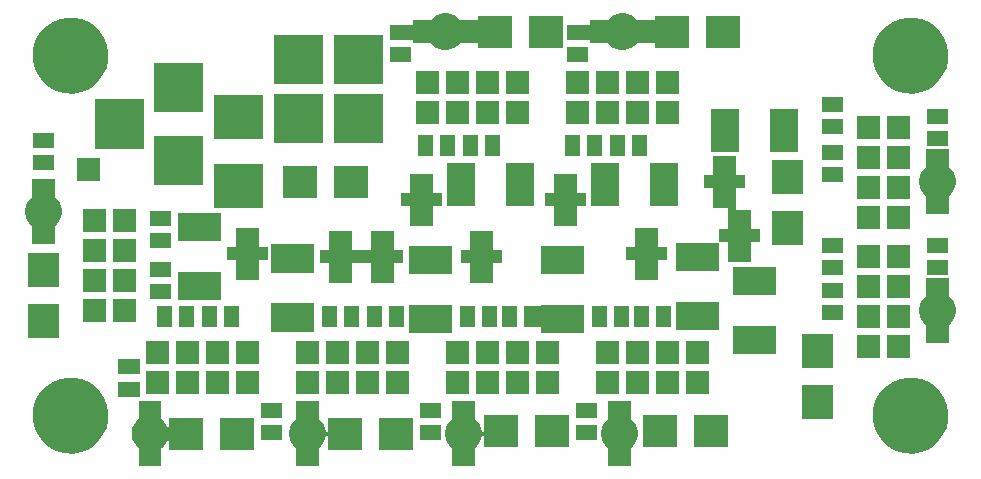
<source format=gbr>
G04 #@! TF.GenerationSoftware,KiCad,Pcbnew,(2017-02-05 revision 431abcf)-makepkg*
G04 #@! TF.CreationDate,2017-03-01T08:03:57+01:00*
G04 #@! TF.ProjectId,UNIPOWER04A,554E49504F5745523034412E6B696361,rev?*
G04 #@! TF.FileFunction,Soldermask,Bot*
G04 #@! TF.FilePolarity,Negative*
%FSLAX46Y46*%
G04 Gerber Fmt 4.6, Leading zero omitted, Abs format (unit mm)*
G04 Created by KiCad (PCBNEW (2017-02-05 revision 431abcf)-makepkg) date 03/01/17 08:03:57*
%MOMM*%
%LPD*%
G01*
G04 APERTURE LIST*
%ADD10C,0.300000*%
G04 APERTURE END LIST*
D10*
G36*
X12761000Y4838112D02*
X12762921Y4818603D01*
X12768612Y4799844D01*
X12777853Y4782555D01*
X12790289Y4767401D01*
X12802740Y4757137D01*
X13017980Y4540389D01*
X13186193Y4287206D01*
X13227025Y4188141D01*
X13236236Y4170836D01*
X13248646Y4155661D01*
X13263778Y4143198D01*
X13281050Y4133927D01*
X13299800Y4128204D01*
X13319305Y4126248D01*
X13338818Y4128136D01*
X13357587Y4133793D01*
X13374892Y4143004D01*
X13390067Y4155414D01*
X13402530Y4170546D01*
X13411801Y4187818D01*
X13417524Y4206568D01*
X13419480Y4226248D01*
X13419480Y4906620D01*
X16318840Y4906620D01*
X16318840Y2205380D01*
X13419480Y2205380D01*
X13419480Y2887248D01*
X13417559Y2906757D01*
X13411868Y2925516D01*
X13402627Y2942805D01*
X13390191Y2957959D01*
X13375037Y2970395D01*
X13357748Y2979636D01*
X13338989Y2985327D01*
X13319480Y2987248D01*
X13299971Y2985327D01*
X13281212Y2979636D01*
X13263923Y2970395D01*
X13248769Y2957959D01*
X13236333Y2942805D01*
X13228125Y2927921D01*
X13165241Y2786680D01*
X12990025Y2538296D01*
X12792038Y2349756D01*
X12779235Y2334911D01*
X12769575Y2317853D01*
X12763427Y2299239D01*
X12761000Y2277339D01*
X12761000Y831000D01*
X10861000Y831000D01*
X10861000Y2276304D01*
X10859079Y2295813D01*
X10853388Y2314572D01*
X10844147Y2331861D01*
X10831711Y2347015D01*
X10818071Y2358419D01*
X10801552Y2369900D01*
X10590395Y2588559D01*
X10425731Y2844068D01*
X10313829Y3126697D01*
X10258958Y3425671D01*
X10263202Y3729611D01*
X10326402Y4026946D01*
X10446147Y4306332D01*
X10617884Y4557146D01*
X10830966Y4765812D01*
X10843561Y4780834D01*
X10852982Y4798025D01*
X10858869Y4816724D01*
X10861000Y4837259D01*
X10861000Y6281000D01*
X12761000Y6281000D01*
X12761000Y4838112D01*
X12761000Y4838112D01*
G37*
G36*
X52512000Y4838112D02*
X52513921Y4818603D01*
X52519612Y4799844D01*
X52528853Y4782555D01*
X52541289Y4767401D01*
X52553740Y4757137D01*
X52768980Y4540389D01*
X52937193Y4287206D01*
X53053030Y4006165D01*
X53111934Y3708678D01*
X53111934Y3708658D01*
X53112067Y3707985D01*
X53107219Y3360793D01*
X53107067Y3360125D01*
X53107067Y3360107D01*
X53039878Y3064375D01*
X52916241Y2786680D01*
X52741025Y2538296D01*
X52543038Y2349756D01*
X52530235Y2334911D01*
X52520575Y2317853D01*
X52514427Y2299239D01*
X52512000Y2277339D01*
X52512000Y831000D01*
X50612000Y831000D01*
X50612000Y2276304D01*
X50610079Y2295813D01*
X50604388Y2314572D01*
X50595147Y2331861D01*
X50582711Y2347015D01*
X50569071Y2358419D01*
X50552552Y2369900D01*
X50341395Y2588559D01*
X50176731Y2844068D01*
X50064829Y3126697D01*
X50009958Y3425671D01*
X50014202Y3729611D01*
X50077402Y4026946D01*
X50197147Y4306332D01*
X50368884Y4557146D01*
X50581966Y4765812D01*
X50594561Y4780834D01*
X50603982Y4798025D01*
X50609869Y4816724D01*
X50612000Y4837259D01*
X50612000Y6281000D01*
X52512000Y6281000D01*
X52512000Y4838112D01*
X52512000Y4838112D01*
G37*
G36*
X26096000Y4838112D02*
X26097921Y4818603D01*
X26103612Y4799844D01*
X26112853Y4782555D01*
X26125289Y4767401D01*
X26137740Y4757137D01*
X26352980Y4540389D01*
X26521193Y4287206D01*
X26637030Y4006165D01*
X26683385Y3772057D01*
X26689059Y3753293D01*
X26698285Y3735996D01*
X26710708Y3720832D01*
X26725851Y3708382D01*
X26743131Y3699126D01*
X26761886Y3693420D01*
X26781393Y3691481D01*
X26800904Y3693386D01*
X26819668Y3699060D01*
X26836965Y3708286D01*
X26852129Y3720709D01*
X26864579Y3735852D01*
X26873835Y3753132D01*
X26879541Y3771887D01*
X26881480Y3791481D01*
X26881480Y4906620D01*
X29780840Y4906620D01*
X29780840Y2205380D01*
X26881480Y2205380D01*
X26881480Y3306694D01*
X26879559Y3326203D01*
X26873868Y3344962D01*
X26864627Y3362251D01*
X26852191Y3377405D01*
X26837037Y3389841D01*
X26819748Y3399082D01*
X26800989Y3404773D01*
X26781480Y3406694D01*
X26761971Y3404773D01*
X26743212Y3399082D01*
X26725923Y3389841D01*
X26710769Y3377405D01*
X26698333Y3362251D01*
X26689092Y3344962D01*
X26683965Y3328849D01*
X26623878Y3064375D01*
X26500241Y2786680D01*
X26325025Y2538296D01*
X26127038Y2349756D01*
X26114235Y2334911D01*
X26104575Y2317853D01*
X26098427Y2299239D01*
X26096000Y2277339D01*
X26096000Y831000D01*
X24196000Y831000D01*
X24196000Y2276304D01*
X24194079Y2295813D01*
X24188388Y2314572D01*
X24179147Y2331861D01*
X24166711Y2347015D01*
X24153071Y2358419D01*
X24136552Y2369900D01*
X23925395Y2588559D01*
X23760731Y2844068D01*
X23648829Y3126697D01*
X23593958Y3425671D01*
X23598202Y3729611D01*
X23661402Y4026946D01*
X23781147Y4306332D01*
X23952884Y4557146D01*
X24165966Y4765812D01*
X24178561Y4780834D01*
X24187982Y4798025D01*
X24193869Y4816724D01*
X24196000Y4837259D01*
X24196000Y6281000D01*
X26096000Y6281000D01*
X26096000Y4838112D01*
X26096000Y4838112D01*
G37*
G36*
X39304000Y4838112D02*
X39305921Y4818603D01*
X39311612Y4799844D01*
X39320853Y4782555D01*
X39333289Y4767401D01*
X39345740Y4757137D01*
X39560980Y4540389D01*
X39729193Y4287206D01*
X39845030Y4006165D01*
X39891385Y3772057D01*
X39897059Y3753293D01*
X39906285Y3735996D01*
X39918708Y3720832D01*
X39933851Y3708382D01*
X39951131Y3699126D01*
X39969886Y3693420D01*
X39989393Y3691481D01*
X40008904Y3693386D01*
X40027668Y3699060D01*
X40044965Y3708286D01*
X40060129Y3720709D01*
X40072579Y3735852D01*
X40081835Y3753132D01*
X40087541Y3771887D01*
X40089480Y3791481D01*
X40089480Y5160620D01*
X42988840Y5160620D01*
X42988840Y2459380D01*
X40089480Y2459380D01*
X40089480Y3306694D01*
X40087559Y3326203D01*
X40081868Y3344962D01*
X40072627Y3362251D01*
X40060191Y3377405D01*
X40045037Y3389841D01*
X40027748Y3399082D01*
X40008989Y3404773D01*
X39989480Y3406694D01*
X39969971Y3404773D01*
X39951212Y3399082D01*
X39933923Y3389841D01*
X39918769Y3377405D01*
X39906333Y3362251D01*
X39897092Y3344962D01*
X39891965Y3328849D01*
X39831878Y3064375D01*
X39708241Y2786680D01*
X39533025Y2538296D01*
X39335038Y2349756D01*
X39322235Y2334911D01*
X39312575Y2317853D01*
X39306427Y2299239D01*
X39304000Y2277339D01*
X39304000Y831000D01*
X37404000Y831000D01*
X37404000Y2276304D01*
X37402079Y2295813D01*
X37396388Y2314572D01*
X37387147Y2331861D01*
X37374711Y2347015D01*
X37361071Y2358419D01*
X37344552Y2369900D01*
X37133395Y2588559D01*
X36968731Y2844068D01*
X36856829Y3126697D01*
X36801958Y3425671D01*
X36806202Y3729611D01*
X36869402Y4026946D01*
X36989147Y4306332D01*
X37160884Y4557146D01*
X37373966Y4765812D01*
X37386561Y4780834D01*
X37395982Y4798025D01*
X37401869Y4816724D01*
X37404000Y4837259D01*
X37404000Y6281000D01*
X39304000Y6281000D01*
X39304000Y4838112D01*
X39304000Y4838112D01*
G37*
G36*
X5416110Y8277872D02*
X6030848Y8151685D01*
X6609363Y7908500D01*
X7129631Y7557574D01*
X7571824Y7112283D01*
X7919105Y6589582D01*
X8158249Y6009378D01*
X8280004Y5394466D01*
X8280004Y5394449D01*
X8280137Y5393776D01*
X8270128Y4676993D01*
X8269977Y4676330D01*
X8269977Y4676306D01*
X8131099Y4065032D01*
X7875851Y3491739D01*
X7514107Y2978933D01*
X7059653Y2546162D01*
X6529787Y2209900D01*
X5944712Y1982964D01*
X5326688Y1873989D01*
X4699273Y1887132D01*
X4086359Y2021890D01*
X3511293Y2273129D01*
X2995980Y2631282D01*
X2560044Y3082706D01*
X2220093Y3610208D01*
X1989075Y4193693D01*
X1875790Y4810936D01*
X1884551Y5438424D01*
X2015027Y6052266D01*
X2262248Y6629075D01*
X2616795Y7146877D01*
X3065163Y7585952D01*
X3590276Y7929576D01*
X4172132Y8164661D01*
X4788571Y8282254D01*
X5416110Y8277872D01*
X5416110Y8277872D01*
G37*
G36*
X76536110Y8277872D02*
X77150848Y8151685D01*
X77729363Y7908500D01*
X78249631Y7557574D01*
X78691824Y7112283D01*
X79039105Y6589582D01*
X79278249Y6009378D01*
X79400004Y5394466D01*
X79400004Y5394449D01*
X79400137Y5393776D01*
X79390128Y4676993D01*
X79389977Y4676330D01*
X79389977Y4676306D01*
X79251099Y4065032D01*
X78995851Y3491739D01*
X78634107Y2978933D01*
X78179653Y2546162D01*
X77649787Y2209900D01*
X77064712Y1982964D01*
X76446688Y1873989D01*
X75819273Y1887132D01*
X75206359Y2021890D01*
X74631293Y2273129D01*
X74115980Y2631282D01*
X73680044Y3082706D01*
X73340093Y3610208D01*
X73109075Y4193693D01*
X72995790Y4810936D01*
X73004551Y5438424D01*
X73135027Y6052266D01*
X73382248Y6629075D01*
X73736795Y7146877D01*
X74185163Y7585952D01*
X74710276Y7929576D01*
X75292132Y8164661D01*
X75908571Y8282254D01*
X76536110Y8277872D01*
X76536110Y8277872D01*
G37*
G36*
X20616520Y2205380D02*
X17717160Y2205380D01*
X17717160Y4906620D01*
X20616520Y4906620D01*
X20616520Y2205380D01*
X20616520Y2205380D01*
G37*
G36*
X34078520Y2205380D02*
X31179160Y2205380D01*
X31179160Y4906620D01*
X34078520Y4906620D01*
X34078520Y2205380D01*
X34078520Y2205380D01*
G37*
G36*
X56450840Y2459380D02*
X53551480Y2459380D01*
X53551480Y5160620D01*
X56450840Y5160620D01*
X56450840Y2459380D01*
X56450840Y2459380D01*
G37*
G36*
X60748520Y2459380D02*
X57849160Y2459380D01*
X57849160Y5160620D01*
X60748520Y5160620D01*
X60748520Y2459380D01*
X60748520Y2459380D01*
G37*
G36*
X47286520Y2459380D02*
X44387160Y2459380D01*
X44387160Y5160620D01*
X47286520Y5160620D01*
X47286520Y2459380D01*
X47286520Y2459380D01*
G37*
G36*
X36458500Y2975000D02*
X34661500Y2975000D01*
X34661500Y4264000D01*
X36458500Y4264000D01*
X36458500Y2975000D01*
X36458500Y2975000D01*
G37*
G36*
X22996500Y2975000D02*
X21199500Y2975000D01*
X21199500Y4264000D01*
X22996500Y4264000D01*
X22996500Y2975000D01*
X22996500Y2975000D01*
G37*
G36*
X49666500Y2975000D02*
X47869500Y2975000D01*
X47869500Y4264000D01*
X49666500Y4264000D01*
X49666500Y2975000D01*
X49666500Y2975000D01*
G37*
G36*
X69676620Y4783480D02*
X66975380Y4783480D01*
X66975380Y7682840D01*
X69676620Y7682840D01*
X69676620Y4783480D01*
X69676620Y4783480D01*
G37*
G36*
X22996500Y4880000D02*
X21199500Y4880000D01*
X21199500Y6169000D01*
X22996500Y6169000D01*
X22996500Y4880000D01*
X22996500Y4880000D01*
G37*
G36*
X36458500Y4880000D02*
X34661500Y4880000D01*
X34661500Y6169000D01*
X36458500Y6169000D01*
X36458500Y4880000D01*
X36458500Y4880000D01*
G37*
G36*
X49666500Y4880000D02*
X47869500Y4880000D01*
X47869500Y6169000D01*
X49666500Y6169000D01*
X49666500Y4880000D01*
X49666500Y4880000D01*
G37*
G36*
X10931500Y6658000D02*
X9134500Y6658000D01*
X9134500Y7947000D01*
X10931500Y7947000D01*
X10931500Y6658000D01*
X10931500Y6658000D01*
G37*
G36*
X13408000Y6912000D02*
X11484000Y6912000D01*
X11484000Y8836000D01*
X13408000Y8836000D01*
X13408000Y6912000D01*
X13408000Y6912000D01*
G37*
G36*
X59128000Y6912000D02*
X57204000Y6912000D01*
X57204000Y8836000D01*
X59128000Y8836000D01*
X59128000Y6912000D01*
X59128000Y6912000D01*
G37*
G36*
X56588000Y6912000D02*
X54664000Y6912000D01*
X54664000Y8836000D01*
X56588000Y8836000D01*
X56588000Y6912000D01*
X56588000Y6912000D01*
G37*
G36*
X54048000Y6912000D02*
X52124000Y6912000D01*
X52124000Y8836000D01*
X54048000Y8836000D01*
X54048000Y6912000D01*
X54048000Y6912000D01*
G37*
G36*
X51508000Y6912000D02*
X49584000Y6912000D01*
X49584000Y8836000D01*
X51508000Y8836000D01*
X51508000Y6912000D01*
X51508000Y6912000D01*
G37*
G36*
X46428000Y6912000D02*
X44504000Y6912000D01*
X44504000Y8836000D01*
X46428000Y8836000D01*
X46428000Y6912000D01*
X46428000Y6912000D01*
G37*
G36*
X43888000Y6912000D02*
X41964000Y6912000D01*
X41964000Y8836000D01*
X43888000Y8836000D01*
X43888000Y6912000D01*
X43888000Y6912000D01*
G37*
G36*
X15948000Y6912000D02*
X14024000Y6912000D01*
X14024000Y8836000D01*
X15948000Y8836000D01*
X15948000Y6912000D01*
X15948000Y6912000D01*
G37*
G36*
X18488000Y6912000D02*
X16564000Y6912000D01*
X16564000Y8836000D01*
X18488000Y8836000D01*
X18488000Y6912000D01*
X18488000Y6912000D01*
G37*
G36*
X21028000Y6912000D02*
X19104000Y6912000D01*
X19104000Y8836000D01*
X21028000Y8836000D01*
X21028000Y6912000D01*
X21028000Y6912000D01*
G37*
G36*
X28648000Y6912000D02*
X26724000Y6912000D01*
X26724000Y8836000D01*
X28648000Y8836000D01*
X28648000Y6912000D01*
X28648000Y6912000D01*
G37*
G36*
X31188000Y6912000D02*
X29264000Y6912000D01*
X29264000Y8836000D01*
X31188000Y8836000D01*
X31188000Y6912000D01*
X31188000Y6912000D01*
G37*
G36*
X33728000Y6912000D02*
X31804000Y6912000D01*
X31804000Y8836000D01*
X33728000Y8836000D01*
X33728000Y6912000D01*
X33728000Y6912000D01*
G37*
G36*
X38808000Y6912000D02*
X36884000Y6912000D01*
X36884000Y8836000D01*
X38808000Y8836000D01*
X38808000Y6912000D01*
X38808000Y6912000D01*
G37*
G36*
X26108000Y6912000D02*
X24184000Y6912000D01*
X24184000Y8836000D01*
X26108000Y8836000D01*
X26108000Y6912000D01*
X26108000Y6912000D01*
G37*
G36*
X41348000Y6912000D02*
X39424000Y6912000D01*
X39424000Y8836000D01*
X41348000Y8836000D01*
X41348000Y6912000D01*
X41348000Y6912000D01*
G37*
G36*
X10931500Y8563000D02*
X9134500Y8563000D01*
X9134500Y9852000D01*
X10931500Y9852000D01*
X10931500Y8563000D01*
X10931500Y8563000D01*
G37*
G36*
X69676620Y9081160D02*
X66975380Y9081160D01*
X66975380Y11980520D01*
X69676620Y11980520D01*
X69676620Y9081160D01*
X69676620Y9081160D01*
G37*
G36*
X13408000Y9452000D02*
X11484000Y9452000D01*
X11484000Y11376000D01*
X13408000Y11376000D01*
X13408000Y9452000D01*
X13408000Y9452000D01*
G37*
G36*
X15948000Y9452000D02*
X14024000Y9452000D01*
X14024000Y11376000D01*
X15948000Y11376000D01*
X15948000Y9452000D01*
X15948000Y9452000D01*
G37*
G36*
X18488000Y9452000D02*
X16564000Y9452000D01*
X16564000Y11376000D01*
X18488000Y11376000D01*
X18488000Y9452000D01*
X18488000Y9452000D01*
G37*
G36*
X46428000Y9452000D02*
X44504000Y9452000D01*
X44504000Y11376000D01*
X46428000Y11376000D01*
X46428000Y9452000D01*
X46428000Y9452000D01*
G37*
G36*
X43888000Y9452000D02*
X41964000Y9452000D01*
X41964000Y11376000D01*
X43888000Y11376000D01*
X43888000Y9452000D01*
X43888000Y9452000D01*
G37*
G36*
X41348000Y9452000D02*
X39424000Y9452000D01*
X39424000Y11376000D01*
X41348000Y11376000D01*
X41348000Y9452000D01*
X41348000Y9452000D01*
G37*
G36*
X56588000Y9452000D02*
X54664000Y9452000D01*
X54664000Y11376000D01*
X56588000Y11376000D01*
X56588000Y9452000D01*
X56588000Y9452000D01*
G37*
G36*
X38808000Y9452000D02*
X36884000Y9452000D01*
X36884000Y11376000D01*
X38808000Y11376000D01*
X38808000Y9452000D01*
X38808000Y9452000D01*
G37*
G36*
X51508000Y9452000D02*
X49584000Y9452000D01*
X49584000Y11376000D01*
X51508000Y11376000D01*
X51508000Y9452000D01*
X51508000Y9452000D01*
G37*
G36*
X33728000Y9452000D02*
X31804000Y9452000D01*
X31804000Y11376000D01*
X33728000Y11376000D01*
X33728000Y9452000D01*
X33728000Y9452000D01*
G37*
G36*
X31188000Y9452000D02*
X29264000Y9452000D01*
X29264000Y11376000D01*
X31188000Y11376000D01*
X31188000Y9452000D01*
X31188000Y9452000D01*
G37*
G36*
X26108000Y9452000D02*
X24184000Y9452000D01*
X24184000Y11376000D01*
X26108000Y11376000D01*
X26108000Y9452000D01*
X26108000Y9452000D01*
G37*
G36*
X28648000Y9452000D02*
X26724000Y9452000D01*
X26724000Y11376000D01*
X28648000Y11376000D01*
X28648000Y9452000D01*
X28648000Y9452000D01*
G37*
G36*
X59128000Y9452000D02*
X57204000Y9452000D01*
X57204000Y11376000D01*
X59128000Y11376000D01*
X59128000Y9452000D01*
X59128000Y9452000D01*
G37*
G36*
X21028000Y9452000D02*
X19104000Y9452000D01*
X19104000Y11376000D01*
X21028000Y11376000D01*
X21028000Y9452000D01*
X21028000Y9452000D01*
G37*
G36*
X54048000Y9452000D02*
X52124000Y9452000D01*
X52124000Y11376000D01*
X54048000Y11376000D01*
X54048000Y9452000D01*
X54048000Y9452000D01*
G37*
G36*
X73606000Y9960000D02*
X71682000Y9960000D01*
X71682000Y11884000D01*
X73606000Y11884000D01*
X73606000Y9960000D01*
X73606000Y9960000D01*
G37*
G36*
X76146000Y9960000D02*
X74222000Y9960000D01*
X74222000Y11884000D01*
X76146000Y11884000D01*
X76146000Y9960000D01*
X76146000Y9960000D01*
G37*
G36*
X64782000Y10270000D02*
X61202000Y10270000D01*
X61202000Y12670000D01*
X64782000Y12670000D01*
X64782000Y10270000D01*
X64782000Y10270000D01*
G37*
G36*
X79436000Y15252112D02*
X79437921Y15232603D01*
X79443612Y15213844D01*
X79452853Y15196555D01*
X79465289Y15181401D01*
X79477740Y15171137D01*
X79692980Y14954389D01*
X79861193Y14701206D01*
X79977030Y14420165D01*
X80035934Y14122678D01*
X80035934Y14122658D01*
X80036067Y14121985D01*
X80031219Y13774793D01*
X80031067Y13774125D01*
X80031067Y13774107D01*
X79963878Y13478375D01*
X79840241Y13200680D01*
X79665025Y12952296D01*
X79467038Y12763756D01*
X79454235Y12748911D01*
X79444575Y12731853D01*
X79438427Y12713239D01*
X79436000Y12691339D01*
X79436000Y11245000D01*
X77536000Y11245000D01*
X77536000Y12690304D01*
X77534079Y12709813D01*
X77528388Y12728572D01*
X77519147Y12745861D01*
X77506711Y12761015D01*
X77493071Y12772419D01*
X77476552Y12783900D01*
X77265395Y13002559D01*
X77100731Y13258068D01*
X76988829Y13540697D01*
X76933958Y13839671D01*
X76938202Y14143611D01*
X77001402Y14440946D01*
X77121147Y14720332D01*
X77292884Y14971146D01*
X77505966Y15179812D01*
X77518561Y15194834D01*
X77527982Y15212025D01*
X77533869Y15230724D01*
X77536000Y15251259D01*
X77536000Y16695000D01*
X79436000Y16695000D01*
X79436000Y15252112D01*
X79436000Y15252112D01*
G37*
G36*
X4144620Y11641480D02*
X1443380Y11641480D01*
X1443380Y14540840D01*
X4144620Y14540840D01*
X4144620Y11641480D01*
X4144620Y11641480D01*
G37*
G36*
X48526000Y12048000D02*
X44946000Y12048000D01*
X44946000Y12463500D01*
X44944079Y12483009D01*
X44938388Y12501768D01*
X44929147Y12519057D01*
X44916711Y12534211D01*
X44901557Y12546647D01*
X44884268Y12555888D01*
X44865509Y12561579D01*
X44846000Y12563500D01*
X43488000Y12563500D01*
X43488000Y14360500D01*
X44846000Y14360500D01*
X44865509Y14362421D01*
X44884268Y14368112D01*
X44901557Y14377353D01*
X44916711Y14389789D01*
X44929147Y14404943D01*
X44938388Y14422232D01*
X44944079Y14440991D01*
X44944769Y14448000D01*
X48526000Y14448000D01*
X48526000Y12048000D01*
X48526000Y12048000D01*
G37*
G36*
X37350000Y12048000D02*
X33770000Y12048000D01*
X33770000Y14448000D01*
X37350000Y14448000D01*
X37350000Y12048000D01*
X37350000Y12048000D01*
G37*
G36*
X25666000Y12175000D02*
X22086000Y12175000D01*
X22086000Y14575000D01*
X25666000Y14575000D01*
X25666000Y12175000D01*
X25666000Y12175000D01*
G37*
G36*
X59956000Y12302000D02*
X56376000Y12302000D01*
X56376000Y14702000D01*
X59956000Y14702000D01*
X59956000Y12302000D01*
X59956000Y12302000D01*
G37*
G36*
X73606000Y12500000D02*
X71682000Y12500000D01*
X71682000Y14424000D01*
X73606000Y14424000D01*
X73606000Y12500000D01*
X73606000Y12500000D01*
G37*
G36*
X76146000Y12500000D02*
X74222000Y12500000D01*
X74222000Y14424000D01*
X76146000Y14424000D01*
X76146000Y12500000D01*
X76146000Y12500000D01*
G37*
G36*
X31442000Y12563500D02*
X30153000Y12563500D01*
X30153000Y14360500D01*
X31442000Y14360500D01*
X31442000Y12563500D01*
X31442000Y12563500D01*
G37*
G36*
X33347000Y12563500D02*
X32058000Y12563500D01*
X32058000Y14360500D01*
X33347000Y14360500D01*
X33347000Y12563500D01*
X33347000Y12563500D01*
G37*
G36*
X39316000Y12563500D02*
X38027000Y12563500D01*
X38027000Y14360500D01*
X39316000Y14360500D01*
X39316000Y12563500D01*
X39316000Y12563500D01*
G37*
G36*
X54048000Y12563500D02*
X52759000Y12563500D01*
X52759000Y14360500D01*
X54048000Y14360500D01*
X54048000Y12563500D01*
X54048000Y12563500D01*
G37*
G36*
X52397000Y12563500D02*
X51108000Y12563500D01*
X51108000Y14360500D01*
X52397000Y14360500D01*
X52397000Y12563500D01*
X52397000Y12563500D01*
G37*
G36*
X19377000Y12563500D02*
X18088000Y12563500D01*
X18088000Y14360500D01*
X19377000Y14360500D01*
X19377000Y12563500D01*
X19377000Y12563500D01*
G37*
G36*
X50492000Y12563500D02*
X49203000Y12563500D01*
X49203000Y14360500D01*
X50492000Y14360500D01*
X50492000Y12563500D01*
X50492000Y12563500D01*
G37*
G36*
X13662000Y12563500D02*
X12373000Y12563500D01*
X12373000Y14360500D01*
X13662000Y14360500D01*
X13662000Y12563500D01*
X13662000Y12563500D01*
G37*
G36*
X17472000Y12563500D02*
X16183000Y12563500D01*
X16183000Y14360500D01*
X17472000Y14360500D01*
X17472000Y12563500D01*
X17472000Y12563500D01*
G37*
G36*
X42872000Y12563500D02*
X41583000Y12563500D01*
X41583000Y14360500D01*
X42872000Y14360500D01*
X42872000Y12563500D01*
X42872000Y12563500D01*
G37*
G36*
X41221000Y12563500D02*
X39932000Y12563500D01*
X39932000Y14360500D01*
X41221000Y14360500D01*
X41221000Y12563500D01*
X41221000Y12563500D01*
G37*
G36*
X29537000Y12563500D02*
X28248000Y12563500D01*
X28248000Y14360500D01*
X29537000Y14360500D01*
X29537000Y12563500D01*
X29537000Y12563500D01*
G37*
G36*
X55953000Y12563500D02*
X54664000Y12563500D01*
X54664000Y14360500D01*
X55953000Y14360500D01*
X55953000Y12563500D01*
X55953000Y12563500D01*
G37*
G36*
X27632000Y12563500D02*
X26343000Y12563500D01*
X26343000Y14360500D01*
X27632000Y14360500D01*
X27632000Y12563500D01*
X27632000Y12563500D01*
G37*
G36*
X15567000Y12563500D02*
X14278000Y12563500D01*
X14278000Y14360500D01*
X15567000Y14360500D01*
X15567000Y12563500D01*
X15567000Y12563500D01*
G37*
G36*
X10614000Y13008000D02*
X8690000Y13008000D01*
X8690000Y14932000D01*
X10614000Y14932000D01*
X10614000Y13008000D01*
X10614000Y13008000D01*
G37*
G36*
X8074000Y13008000D02*
X6150000Y13008000D01*
X6150000Y14932000D01*
X8074000Y14932000D01*
X8074000Y13008000D01*
X8074000Y13008000D01*
G37*
G36*
X70494500Y13135000D02*
X68697500Y13135000D01*
X68697500Y14424000D01*
X70494500Y14424000D01*
X70494500Y13135000D01*
X70494500Y13135000D01*
G37*
G36*
X17792000Y14842000D02*
X14212000Y14842000D01*
X14212000Y17242000D01*
X17792000Y17242000D01*
X17792000Y14842000D01*
X17792000Y14842000D01*
G37*
G36*
X13598500Y14913000D02*
X11801500Y14913000D01*
X11801500Y16202000D01*
X13598500Y16202000D01*
X13598500Y14913000D01*
X13598500Y14913000D01*
G37*
G36*
X76146000Y15040000D02*
X74222000Y15040000D01*
X74222000Y16964000D01*
X76146000Y16964000D01*
X76146000Y15040000D01*
X76146000Y15040000D01*
G37*
G36*
X70494500Y15040000D02*
X68697500Y15040000D01*
X68697500Y16329000D01*
X70494500Y16329000D01*
X70494500Y15040000D01*
X70494500Y15040000D01*
G37*
G36*
X73606000Y15040000D02*
X71682000Y15040000D01*
X71682000Y16964000D01*
X73606000Y16964000D01*
X73606000Y15040000D01*
X73606000Y15040000D01*
G37*
G36*
X64782000Y15270000D02*
X61202000Y15270000D01*
X61202000Y17670000D01*
X64782000Y17670000D01*
X64782000Y15270000D01*
X64782000Y15270000D01*
G37*
G36*
X8074000Y15548000D02*
X6150000Y15548000D01*
X6150000Y17472000D01*
X8074000Y17472000D01*
X8074000Y15548000D01*
X8074000Y15548000D01*
G37*
G36*
X10614000Y15548000D02*
X8690000Y15548000D01*
X8690000Y17472000D01*
X10614000Y17472000D01*
X10614000Y15548000D01*
X10614000Y15548000D01*
G37*
G36*
X4144620Y15939160D02*
X1443380Y15939160D01*
X1443380Y18838520D01*
X4144620Y18838520D01*
X4144620Y15939160D01*
X4144620Y15939160D01*
G37*
G36*
X40828000Y19192000D02*
X40829921Y19172491D01*
X40835612Y19153732D01*
X40844853Y19136443D01*
X40857289Y19121289D01*
X40872443Y19108853D01*
X40889732Y19099612D01*
X40908491Y19093921D01*
X40928000Y19092000D01*
X41578000Y19092000D01*
X41578000Y17992000D01*
X40928000Y17992000D01*
X40908491Y17990079D01*
X40889732Y17984388D01*
X40872443Y17975147D01*
X40857289Y17962711D01*
X40844853Y17947557D01*
X40835612Y17930268D01*
X40829921Y17911509D01*
X40828000Y17892000D01*
X40828000Y16342000D01*
X38928000Y16342000D01*
X38928000Y17892000D01*
X38926079Y17911509D01*
X38920388Y17930268D01*
X38911147Y17947557D01*
X38898711Y17962711D01*
X38883557Y17975147D01*
X38866268Y17984388D01*
X38847509Y17990079D01*
X38828000Y17992000D01*
X38178000Y17992000D01*
X38178000Y19092000D01*
X38828000Y19092000D01*
X38847509Y19093921D01*
X38866268Y19099612D01*
X38883557Y19108853D01*
X38898711Y19121289D01*
X38911147Y19136443D01*
X38920388Y19153732D01*
X38926079Y19172491D01*
X38928000Y19192000D01*
X38928000Y20742000D01*
X40828000Y20742000D01*
X40828000Y19192000D01*
X40828000Y19192000D01*
G37*
G36*
X28890000Y19192000D02*
X28891921Y19172491D01*
X28897612Y19153732D01*
X28906853Y19136443D01*
X28919289Y19121289D01*
X28934443Y19108853D01*
X28951732Y19099612D01*
X28970491Y19093921D01*
X28990000Y19092000D01*
X30446000Y19092000D01*
X30465509Y19093921D01*
X30484268Y19099612D01*
X30501557Y19108853D01*
X30516711Y19121289D01*
X30529147Y19136443D01*
X30538388Y19153732D01*
X30544079Y19172491D01*
X30546000Y19192000D01*
X30546000Y20742000D01*
X32446000Y20742000D01*
X32446000Y19192000D01*
X32447921Y19172491D01*
X32453612Y19153732D01*
X32462853Y19136443D01*
X32475289Y19121289D01*
X32490443Y19108853D01*
X32507732Y19099612D01*
X32526491Y19093921D01*
X32546000Y19092000D01*
X33196000Y19092000D01*
X33196000Y17992000D01*
X32546000Y17992000D01*
X32526491Y17990079D01*
X32507732Y17984388D01*
X32490443Y17975147D01*
X32475289Y17962711D01*
X32462853Y17947557D01*
X32453612Y17930268D01*
X32447921Y17911509D01*
X32446000Y17892000D01*
X32446000Y16342000D01*
X30546000Y16342000D01*
X30546000Y17892000D01*
X30544079Y17911509D01*
X30538388Y17930268D01*
X30529147Y17947557D01*
X30516711Y17962711D01*
X30501557Y17975147D01*
X30484268Y17984388D01*
X30465509Y17990079D01*
X30446000Y17992000D01*
X28990000Y17992000D01*
X28970491Y17990079D01*
X28951732Y17984388D01*
X28934443Y17975147D01*
X28919289Y17962711D01*
X28906853Y17947557D01*
X28897612Y17930268D01*
X28891921Y17911509D01*
X28890000Y17892000D01*
X28890000Y16342000D01*
X26990000Y16342000D01*
X26990000Y17892000D01*
X26988079Y17911509D01*
X26982388Y17930268D01*
X26973147Y17947557D01*
X26960711Y17962711D01*
X26945557Y17975147D01*
X26928268Y17984388D01*
X26909509Y17990079D01*
X26890000Y17992000D01*
X26240000Y17992000D01*
X26240000Y19092000D01*
X26890000Y19092000D01*
X26909509Y19093921D01*
X26928268Y19099612D01*
X26945557Y19108853D01*
X26960711Y19121289D01*
X26973147Y19136443D01*
X26982388Y19153732D01*
X26988079Y19172491D01*
X26990000Y19192000D01*
X26990000Y20742000D01*
X28890000Y20742000D01*
X28890000Y19192000D01*
X28890000Y19192000D01*
G37*
G36*
X54798000Y19446000D02*
X54799921Y19426491D01*
X54805612Y19407732D01*
X54814853Y19390443D01*
X54827289Y19375289D01*
X54842443Y19362853D01*
X54859732Y19353612D01*
X54878491Y19347921D01*
X54898000Y19346000D01*
X55548000Y19346000D01*
X55548000Y18246000D01*
X54898000Y18246000D01*
X54878491Y18244079D01*
X54859732Y18238388D01*
X54842443Y18229147D01*
X54827289Y18216711D01*
X54814853Y18201557D01*
X54805612Y18184268D01*
X54799921Y18165509D01*
X54798000Y18146000D01*
X54798000Y16596000D01*
X52898000Y16596000D01*
X52898000Y18146000D01*
X52896079Y18165509D01*
X52890388Y18184268D01*
X52881147Y18201557D01*
X52868711Y18216711D01*
X52853557Y18229147D01*
X52836268Y18238388D01*
X52817509Y18244079D01*
X52798000Y18246000D01*
X52148000Y18246000D01*
X52148000Y19346000D01*
X52798000Y19346000D01*
X52817509Y19347921D01*
X52836268Y19353612D01*
X52853557Y19362853D01*
X52868711Y19375289D01*
X52881147Y19390443D01*
X52890388Y19407732D01*
X52896079Y19426491D01*
X52898000Y19446000D01*
X52898000Y20996000D01*
X54798000Y20996000D01*
X54798000Y19446000D01*
X54798000Y19446000D01*
G37*
G36*
X21016000Y19446000D02*
X21017921Y19426491D01*
X21023612Y19407732D01*
X21032853Y19390443D01*
X21045289Y19375289D01*
X21060443Y19362853D01*
X21077732Y19353612D01*
X21096491Y19347921D01*
X21116000Y19346000D01*
X21766000Y19346000D01*
X21766000Y18246000D01*
X21116000Y18246000D01*
X21096491Y18244079D01*
X21077732Y18238388D01*
X21060443Y18229147D01*
X21045289Y18216711D01*
X21032853Y18201557D01*
X21023612Y18184268D01*
X21017921Y18165509D01*
X21016000Y18146000D01*
X21016000Y16596000D01*
X19116000Y16596000D01*
X19116000Y18146000D01*
X19114079Y18165509D01*
X19108388Y18184268D01*
X19099147Y18201557D01*
X19086711Y18216711D01*
X19071557Y18229147D01*
X19054268Y18238388D01*
X19035509Y18244079D01*
X19016000Y18246000D01*
X18366000Y18246000D01*
X18366000Y19346000D01*
X19016000Y19346000D01*
X19035509Y19347921D01*
X19054268Y19353612D01*
X19071557Y19362853D01*
X19086711Y19375289D01*
X19099147Y19390443D01*
X19108388Y19407732D01*
X19114079Y19426491D01*
X19116000Y19446000D01*
X19116000Y20996000D01*
X21016000Y20996000D01*
X21016000Y19446000D01*
X21016000Y19446000D01*
G37*
G36*
X13598500Y16818000D02*
X11801500Y16818000D01*
X11801500Y18107000D01*
X13598500Y18107000D01*
X13598500Y16818000D01*
X13598500Y16818000D01*
G37*
G36*
X70494500Y16945000D02*
X68697500Y16945000D01*
X68697500Y18234000D01*
X70494500Y18234000D01*
X70494500Y16945000D01*
X70494500Y16945000D01*
G37*
G36*
X79384500Y16945000D02*
X77587500Y16945000D01*
X77587500Y18234000D01*
X79384500Y18234000D01*
X79384500Y16945000D01*
X79384500Y16945000D01*
G37*
G36*
X37350000Y17048000D02*
X33770000Y17048000D01*
X33770000Y19448000D01*
X37350000Y19448000D01*
X37350000Y17048000D01*
X37350000Y17048000D01*
G37*
G36*
X48526000Y17048000D02*
X44946000Y17048000D01*
X44946000Y19448000D01*
X48526000Y19448000D01*
X48526000Y17048000D01*
X48526000Y17048000D01*
G37*
G36*
X25666000Y17175000D02*
X22086000Y17175000D01*
X22086000Y19575000D01*
X25666000Y19575000D01*
X25666000Y17175000D01*
X25666000Y17175000D01*
G37*
G36*
X59963612Y19708268D02*
X59957921Y19689509D01*
X59956000Y19670000D01*
X59956000Y17302000D01*
X56376000Y17302000D01*
X56376000Y19702000D01*
X59922000Y19702000D01*
X59941509Y19703921D01*
X59960268Y19709612D01*
X59965955Y19712652D01*
X59963612Y19708268D01*
X59963612Y19708268D01*
G37*
G36*
X73606000Y17580000D02*
X71682000Y17580000D01*
X71682000Y19504000D01*
X73606000Y19504000D01*
X73606000Y17580000D01*
X73606000Y17580000D01*
G37*
G36*
X76146000Y17580000D02*
X74222000Y17580000D01*
X74222000Y19504000D01*
X76146000Y19504000D01*
X76146000Y17580000D01*
X76146000Y17580000D01*
G37*
G36*
X10614000Y18088000D02*
X8690000Y18088000D01*
X8690000Y20012000D01*
X10614000Y20012000D01*
X10614000Y18088000D01*
X10614000Y18088000D01*
G37*
G36*
X8074000Y18088000D02*
X6150000Y18088000D01*
X6150000Y20012000D01*
X8074000Y20012000D01*
X8074000Y18088000D01*
X8074000Y18088000D01*
G37*
G36*
X61402000Y25542000D02*
X61403921Y25522491D01*
X61409612Y25503732D01*
X61418853Y25486443D01*
X61431289Y25471289D01*
X61446443Y25458853D01*
X61463732Y25449612D01*
X61482491Y25443921D01*
X61502000Y25442000D01*
X62152000Y25442000D01*
X62152000Y24342000D01*
X61502000Y24342000D01*
X61482491Y24340079D01*
X61463732Y24334388D01*
X61446443Y24325147D01*
X61431289Y24312711D01*
X61418853Y24297557D01*
X61409612Y24280268D01*
X61403921Y24261509D01*
X61402000Y24242000D01*
X61402000Y22620000D01*
X61403921Y22600491D01*
X61409612Y22581732D01*
X61418853Y22564443D01*
X61431289Y22549289D01*
X61446443Y22536853D01*
X61463732Y22527612D01*
X61482491Y22521921D01*
X61502000Y22520000D01*
X62672000Y22520000D01*
X62672000Y20970000D01*
X62673921Y20950491D01*
X62679612Y20931732D01*
X62688853Y20914443D01*
X62701289Y20899289D01*
X62716443Y20886853D01*
X62733732Y20877612D01*
X62752491Y20871921D01*
X62772000Y20870000D01*
X63422000Y20870000D01*
X63422000Y19770000D01*
X62772000Y19770000D01*
X62752491Y19768079D01*
X62733732Y19762388D01*
X62716443Y19753147D01*
X62701289Y19740711D01*
X62688853Y19725557D01*
X62679612Y19708268D01*
X62673921Y19689509D01*
X62672000Y19670000D01*
X62672000Y18120000D01*
X60772000Y18120000D01*
X60772000Y19670000D01*
X60770079Y19689509D01*
X60764388Y19708268D01*
X60755147Y19725557D01*
X60742711Y19740711D01*
X60727557Y19753147D01*
X60710268Y19762388D01*
X60691509Y19768079D01*
X60672000Y19770000D01*
X60056000Y19770000D01*
X60036491Y19768079D01*
X60017732Y19762388D01*
X60012045Y19759348D01*
X60014388Y19763732D01*
X60020079Y19782491D01*
X60022000Y19802000D01*
X60022000Y20870000D01*
X60672000Y20870000D01*
X60691509Y20871921D01*
X60710268Y20877612D01*
X60727557Y20886853D01*
X60742711Y20899289D01*
X60755147Y20914443D01*
X60764388Y20931732D01*
X60770079Y20950491D01*
X60772000Y20970000D01*
X60772000Y22592000D01*
X60770079Y22611509D01*
X60764388Y22630268D01*
X60755147Y22647557D01*
X60742711Y22662711D01*
X60727557Y22675147D01*
X60710268Y22684388D01*
X60691509Y22690079D01*
X60672000Y22692000D01*
X59502000Y22692000D01*
X59502000Y24242000D01*
X59500079Y24261509D01*
X59494388Y24280268D01*
X59485147Y24297557D01*
X59472711Y24312711D01*
X59457557Y24325147D01*
X59440268Y24334388D01*
X59421509Y24340079D01*
X59402000Y24342000D01*
X58752000Y24342000D01*
X58752000Y25442000D01*
X59402000Y25442000D01*
X59421509Y25443921D01*
X59440268Y25449612D01*
X59457557Y25458853D01*
X59472711Y25471289D01*
X59485147Y25486443D01*
X59494388Y25503732D01*
X59500079Y25522491D01*
X59502000Y25542000D01*
X59502000Y27092000D01*
X61402000Y27092000D01*
X61402000Y25542000D01*
X61402000Y25542000D01*
G37*
G36*
X79384500Y18850000D02*
X77587500Y18850000D01*
X77587500Y20139000D01*
X79384500Y20139000D01*
X79384500Y18850000D01*
X79384500Y18850000D01*
G37*
G36*
X70494500Y18850000D02*
X68697500Y18850000D01*
X68697500Y20139000D01*
X70494500Y20139000D01*
X70494500Y18850000D01*
X70494500Y18850000D01*
G37*
G36*
X13598500Y19231000D02*
X11801500Y19231000D01*
X11801500Y20520000D01*
X13598500Y20520000D01*
X13598500Y19231000D01*
X13598500Y19231000D01*
G37*
G36*
X67136620Y19515480D02*
X64435380Y19515480D01*
X64435380Y22414840D01*
X67136620Y22414840D01*
X67136620Y19515480D01*
X67136620Y19515480D01*
G37*
G36*
X3744000Y23634112D02*
X3745921Y23614603D01*
X3751612Y23595844D01*
X3760853Y23578555D01*
X3773289Y23563401D01*
X3785740Y23553137D01*
X4000980Y23336389D01*
X4169193Y23083206D01*
X4285030Y22802165D01*
X4343934Y22504678D01*
X4343934Y22504658D01*
X4344067Y22503985D01*
X4339219Y22156793D01*
X4339067Y22156125D01*
X4339067Y22156107D01*
X4271878Y21860375D01*
X4148241Y21582680D01*
X3973025Y21334296D01*
X3775038Y21145756D01*
X3762235Y21130911D01*
X3752575Y21113853D01*
X3746427Y21095239D01*
X3744000Y21073339D01*
X3744000Y19627000D01*
X1844000Y19627000D01*
X1844000Y21072304D01*
X1842079Y21091813D01*
X1836388Y21110572D01*
X1827147Y21127861D01*
X1814711Y21143015D01*
X1801071Y21154419D01*
X1784552Y21165900D01*
X1573395Y21384559D01*
X1408731Y21640068D01*
X1296829Y21922697D01*
X1241958Y22221671D01*
X1246202Y22525611D01*
X1309402Y22822946D01*
X1429147Y23102332D01*
X1600884Y23353146D01*
X1813966Y23561812D01*
X1826561Y23576834D01*
X1835982Y23594025D01*
X1841869Y23612724D01*
X1844000Y23633259D01*
X1844000Y25077000D01*
X3744000Y25077000D01*
X3744000Y23634112D01*
X3744000Y23634112D01*
G37*
G36*
X17792000Y19842000D02*
X14212000Y19842000D01*
X14212000Y22242000D01*
X17792000Y22242000D01*
X17792000Y19842000D01*
X17792000Y19842000D01*
G37*
G36*
X8074000Y20628000D02*
X6150000Y20628000D01*
X6150000Y22552000D01*
X8074000Y22552000D01*
X8074000Y20628000D01*
X8074000Y20628000D01*
G37*
G36*
X10614000Y20628000D02*
X8690000Y20628000D01*
X8690000Y22552000D01*
X10614000Y22552000D01*
X10614000Y20628000D01*
X10614000Y20628000D01*
G37*
G36*
X76146000Y20882000D02*
X74222000Y20882000D01*
X74222000Y22806000D01*
X76146000Y22806000D01*
X76146000Y20882000D01*
X76146000Y20882000D01*
G37*
G36*
X73606000Y20882000D02*
X71682000Y20882000D01*
X71682000Y22806000D01*
X73606000Y22806000D01*
X73606000Y20882000D01*
X73606000Y20882000D01*
G37*
G36*
X13598500Y21136000D02*
X11801500Y21136000D01*
X11801500Y22425000D01*
X13598500Y22425000D01*
X13598500Y21136000D01*
X13598500Y21136000D01*
G37*
G36*
X47940000Y24018000D02*
X47941921Y23998491D01*
X47947612Y23979732D01*
X47956853Y23962443D01*
X47969289Y23947289D01*
X47984443Y23934853D01*
X48001732Y23925612D01*
X48020491Y23919921D01*
X48040000Y23918000D01*
X48690000Y23918000D01*
X48690000Y22818000D01*
X48040000Y22818000D01*
X48020491Y22816079D01*
X48001732Y22810388D01*
X47984443Y22801147D01*
X47969289Y22788711D01*
X47956853Y22773557D01*
X47947612Y22756268D01*
X47941921Y22737509D01*
X47940000Y22718000D01*
X47940000Y21168000D01*
X46040000Y21168000D01*
X46040000Y22718000D01*
X46038079Y22737509D01*
X46032388Y22756268D01*
X46023147Y22773557D01*
X46010711Y22788711D01*
X45995557Y22801147D01*
X45978268Y22810388D01*
X45959509Y22816079D01*
X45940000Y22818000D01*
X45290000Y22818000D01*
X45290000Y23918000D01*
X45940000Y23918000D01*
X45959509Y23919921D01*
X45978268Y23925612D01*
X45995557Y23934853D01*
X46010711Y23947289D01*
X46023147Y23962443D01*
X46032388Y23979732D01*
X46038079Y23998491D01*
X46040000Y24018000D01*
X46040000Y25568000D01*
X47940000Y25568000D01*
X47940000Y24018000D01*
X47940000Y24018000D01*
G37*
G36*
X35748000Y24018000D02*
X35749921Y23998491D01*
X35755612Y23979732D01*
X35764853Y23962443D01*
X35777289Y23947289D01*
X35792443Y23934853D01*
X35809732Y23925612D01*
X35828491Y23919921D01*
X35848000Y23918000D01*
X36498000Y23918000D01*
X36498000Y22818000D01*
X35848000Y22818000D01*
X35828491Y22816079D01*
X35809732Y22810388D01*
X35792443Y22801147D01*
X35777289Y22788711D01*
X35764853Y22773557D01*
X35755612Y22756268D01*
X35749921Y22737509D01*
X35748000Y22718000D01*
X35748000Y21168000D01*
X33848000Y21168000D01*
X33848000Y22718000D01*
X33846079Y22737509D01*
X33840388Y22756268D01*
X33831147Y22773557D01*
X33818711Y22788711D01*
X33803557Y22801147D01*
X33786268Y22810388D01*
X33767509Y22816079D01*
X33748000Y22818000D01*
X33098000Y22818000D01*
X33098000Y23918000D01*
X33748000Y23918000D01*
X33767509Y23919921D01*
X33786268Y23925612D01*
X33803557Y23934853D01*
X33818711Y23947289D01*
X33831147Y23962443D01*
X33840388Y23979732D01*
X33846079Y23998491D01*
X33848000Y24018000D01*
X33848000Y25568000D01*
X35748000Y25568000D01*
X35748000Y24018000D01*
X35748000Y24018000D01*
G37*
G36*
X79436000Y26174112D02*
X79437921Y26154603D01*
X79443612Y26135844D01*
X79452853Y26118555D01*
X79465289Y26103401D01*
X79477740Y26093137D01*
X79692980Y25876389D01*
X79861193Y25623206D01*
X79977030Y25342165D01*
X80035934Y25044678D01*
X80035934Y25044658D01*
X80036067Y25043985D01*
X80031219Y24696793D01*
X80031067Y24696125D01*
X80031067Y24696107D01*
X79963878Y24400375D01*
X79840241Y24122680D01*
X79665025Y23874296D01*
X79467038Y23685756D01*
X79454235Y23670911D01*
X79444575Y23653853D01*
X79438427Y23635239D01*
X79436000Y23613339D01*
X79436000Y22167000D01*
X77536000Y22167000D01*
X77536000Y23612304D01*
X77534079Y23631813D01*
X77528388Y23650572D01*
X77519147Y23667861D01*
X77506711Y23683015D01*
X77493071Y23694419D01*
X77476552Y23705900D01*
X77265395Y23924559D01*
X77100731Y24180068D01*
X76988829Y24462697D01*
X76933958Y24761671D01*
X76938202Y25065611D01*
X77001402Y25362946D01*
X77121147Y25642332D01*
X77292884Y25893146D01*
X77505966Y26101812D01*
X77518561Y26116834D01*
X77527982Y26134025D01*
X77533869Y26152724D01*
X77536000Y26173259D01*
X77536000Y27617000D01*
X79436000Y27617000D01*
X79436000Y26174112D01*
X79436000Y26174112D01*
G37*
G36*
X21409000Y22657000D02*
X17199000Y22657000D01*
X17199000Y26387000D01*
X21409000Y26387000D01*
X21409000Y22657000D01*
X21409000Y22657000D01*
G37*
G36*
X44340000Y22848000D02*
X41940000Y22848000D01*
X41940000Y26428000D01*
X44340000Y26428000D01*
X44340000Y22848000D01*
X44340000Y22848000D01*
G37*
G36*
X51532000Y22848000D02*
X49132000Y22848000D01*
X49132000Y26428000D01*
X51532000Y26428000D01*
X51532000Y22848000D01*
X51532000Y22848000D01*
G37*
G36*
X56532000Y22848000D02*
X54132000Y22848000D01*
X54132000Y26428000D01*
X56532000Y26428000D01*
X56532000Y22848000D01*
X56532000Y22848000D01*
G37*
G36*
X39340000Y22848000D02*
X36940000Y22848000D01*
X36940000Y26428000D01*
X39340000Y26428000D01*
X39340000Y22848000D01*
X39340000Y22848000D01*
G37*
G36*
X73606000Y23422000D02*
X71682000Y23422000D01*
X71682000Y25346000D01*
X73606000Y25346000D01*
X73606000Y23422000D01*
X73606000Y23422000D01*
G37*
G36*
X76146000Y23422000D02*
X74222000Y23422000D01*
X74222000Y25346000D01*
X76146000Y25346000D01*
X76146000Y23422000D01*
X76146000Y23422000D01*
G37*
G36*
X25970840Y23541380D02*
X23071480Y23541380D01*
X23071480Y26242620D01*
X25970840Y26242620D01*
X25970840Y23541380D01*
X25970840Y23541380D01*
G37*
G36*
X30268520Y23541380D02*
X27369160Y23541380D01*
X27369160Y26242620D01*
X30268520Y26242620D01*
X30268520Y23541380D01*
X30268520Y23541380D01*
G37*
G36*
X67136620Y23813160D02*
X64435380Y23813160D01*
X64435380Y26712520D01*
X67136620Y26712520D01*
X67136620Y23813160D01*
X67136620Y23813160D01*
G37*
G36*
X16329000Y24565000D02*
X12119000Y24565000D01*
X12119000Y28775000D01*
X16329000Y28775000D01*
X16329000Y24565000D01*
X16329000Y24565000D01*
G37*
G36*
X70494500Y24819000D02*
X68697500Y24819000D01*
X68697500Y26108000D01*
X70494500Y26108000D01*
X70494500Y24819000D01*
X70494500Y24819000D01*
G37*
G36*
X7566000Y24946000D02*
X5642000Y24946000D01*
X5642000Y26870000D01*
X7566000Y26870000D01*
X7566000Y24946000D01*
X7566000Y24946000D01*
G37*
G36*
X3692500Y25835000D02*
X1895500Y25835000D01*
X1895500Y27124000D01*
X3692500Y27124000D01*
X3692500Y25835000D01*
X3692500Y25835000D01*
G37*
G36*
X76146000Y25962000D02*
X74222000Y25962000D01*
X74222000Y27886000D01*
X76146000Y27886000D01*
X76146000Y25962000D01*
X76146000Y25962000D01*
G37*
G36*
X73606000Y25962000D02*
X71682000Y25962000D01*
X71682000Y27886000D01*
X73606000Y27886000D01*
X73606000Y25962000D01*
X73606000Y25962000D01*
G37*
G36*
X70494500Y26724000D02*
X68697500Y26724000D01*
X68697500Y28013000D01*
X70494500Y28013000D01*
X70494500Y26724000D01*
X70494500Y26724000D01*
G37*
G36*
X41475000Y27041500D02*
X40186000Y27041500D01*
X40186000Y28838500D01*
X41475000Y28838500D01*
X41475000Y27041500D01*
X41475000Y27041500D01*
G37*
G36*
X39570000Y27041500D02*
X38281000Y27041500D01*
X38281000Y28838500D01*
X39570000Y28838500D01*
X39570000Y27041500D01*
X39570000Y27041500D01*
G37*
G36*
X37665000Y27041500D02*
X36376000Y27041500D01*
X36376000Y28838500D01*
X37665000Y28838500D01*
X37665000Y27041500D01*
X37665000Y27041500D01*
G37*
G36*
X53921000Y27041500D02*
X52632000Y27041500D01*
X52632000Y28838500D01*
X53921000Y28838500D01*
X53921000Y27041500D01*
X53921000Y27041500D01*
G37*
G36*
X50111000Y27041500D02*
X48822000Y27041500D01*
X48822000Y28838500D01*
X50111000Y28838500D01*
X50111000Y27041500D01*
X50111000Y27041500D01*
G37*
G36*
X52016000Y27041500D02*
X50727000Y27041500D01*
X50727000Y28838500D01*
X52016000Y28838500D01*
X52016000Y27041500D01*
X52016000Y27041500D01*
G37*
G36*
X48206000Y27041500D02*
X46917000Y27041500D01*
X46917000Y28838500D01*
X48206000Y28838500D01*
X48206000Y27041500D01*
X48206000Y27041500D01*
G37*
G36*
X35760000Y27041500D02*
X34471000Y27041500D01*
X34471000Y28838500D01*
X35760000Y28838500D01*
X35760000Y27041500D01*
X35760000Y27041500D01*
G37*
G36*
X66692000Y27420000D02*
X64292000Y27420000D01*
X64292000Y31000000D01*
X66692000Y31000000D01*
X66692000Y27420000D01*
X66692000Y27420000D01*
G37*
G36*
X61692000Y27420000D02*
X59292000Y27420000D01*
X59292000Y31000000D01*
X61692000Y31000000D01*
X61692000Y27420000D01*
X61692000Y27420000D01*
G37*
G36*
X11329000Y27665000D02*
X7119000Y27665000D01*
X7119000Y31875000D01*
X11329000Y31875000D01*
X11329000Y27665000D01*
X11329000Y27665000D01*
G37*
G36*
X3692500Y27740000D02*
X1895500Y27740000D01*
X1895500Y29029000D01*
X3692500Y29029000D01*
X3692500Y27740000D01*
X3692500Y27740000D01*
G37*
G36*
X79384500Y27867000D02*
X77587500Y27867000D01*
X77587500Y29156000D01*
X79384500Y29156000D01*
X79384500Y27867000D01*
X79384500Y27867000D01*
G37*
G36*
X31569000Y28121000D02*
X27359000Y28121000D01*
X27359000Y32331000D01*
X31569000Y32331000D01*
X31569000Y28121000D01*
X31569000Y28121000D01*
G37*
G36*
X26489000Y28121000D02*
X22279000Y28121000D01*
X22279000Y32331000D01*
X26489000Y32331000D01*
X26489000Y28121000D01*
X26489000Y28121000D01*
G37*
G36*
X21409000Y28477000D02*
X17199000Y28477000D01*
X17199000Y32207000D01*
X21409000Y32207000D01*
X21409000Y28477000D01*
X21409000Y28477000D01*
G37*
G36*
X73606000Y28502000D02*
X71682000Y28502000D01*
X71682000Y30426000D01*
X73606000Y30426000D01*
X73606000Y28502000D01*
X73606000Y28502000D01*
G37*
G36*
X76146000Y28502000D02*
X74222000Y28502000D01*
X74222000Y30426000D01*
X76146000Y30426000D01*
X76146000Y28502000D01*
X76146000Y28502000D01*
G37*
G36*
X70494500Y28883000D02*
X68697500Y28883000D01*
X68697500Y30172000D01*
X70494500Y30172000D01*
X70494500Y28883000D01*
X70494500Y28883000D01*
G37*
G36*
X36268000Y29772000D02*
X34344000Y29772000D01*
X34344000Y31696000D01*
X36268000Y31696000D01*
X36268000Y29772000D01*
X36268000Y29772000D01*
G37*
G36*
X79384500Y29772000D02*
X77587500Y29772000D01*
X77587500Y31061000D01*
X79384500Y31061000D01*
X79384500Y29772000D01*
X79384500Y29772000D01*
G37*
G36*
X48968000Y29772000D02*
X47044000Y29772000D01*
X47044000Y31696000D01*
X48968000Y31696000D01*
X48968000Y29772000D01*
X48968000Y29772000D01*
G37*
G36*
X51508000Y29772000D02*
X49584000Y29772000D01*
X49584000Y31696000D01*
X51508000Y31696000D01*
X51508000Y29772000D01*
X51508000Y29772000D01*
G37*
G36*
X54048000Y29772000D02*
X52124000Y29772000D01*
X52124000Y31696000D01*
X54048000Y31696000D01*
X54048000Y29772000D01*
X54048000Y29772000D01*
G37*
G36*
X56588000Y29772000D02*
X54664000Y29772000D01*
X54664000Y31696000D01*
X56588000Y31696000D01*
X56588000Y29772000D01*
X56588000Y29772000D01*
G37*
G36*
X38808000Y29772000D02*
X36884000Y29772000D01*
X36884000Y31696000D01*
X38808000Y31696000D01*
X38808000Y29772000D01*
X38808000Y29772000D01*
G37*
G36*
X41348000Y29772000D02*
X39424000Y29772000D01*
X39424000Y31696000D01*
X41348000Y31696000D01*
X41348000Y29772000D01*
X41348000Y29772000D01*
G37*
G36*
X43888000Y29772000D02*
X41964000Y29772000D01*
X41964000Y31696000D01*
X43888000Y31696000D01*
X43888000Y29772000D01*
X43888000Y29772000D01*
G37*
G36*
X16329000Y30765000D02*
X12119000Y30765000D01*
X12119000Y34975000D01*
X16329000Y34975000D01*
X16329000Y30765000D01*
X16329000Y30765000D01*
G37*
G36*
X70494500Y30788000D02*
X68697500Y30788000D01*
X68697500Y32077000D01*
X70494500Y32077000D01*
X70494500Y30788000D01*
X70494500Y30788000D01*
G37*
G36*
X54048000Y32312000D02*
X52124000Y32312000D01*
X52124000Y34236000D01*
X54048000Y34236000D01*
X54048000Y32312000D01*
X54048000Y32312000D01*
G37*
G36*
X36268000Y32312000D02*
X34344000Y32312000D01*
X34344000Y34236000D01*
X36268000Y34236000D01*
X36268000Y32312000D01*
X36268000Y32312000D01*
G37*
G36*
X38808000Y32312000D02*
X36884000Y32312000D01*
X36884000Y34236000D01*
X38808000Y34236000D01*
X38808000Y32312000D01*
X38808000Y32312000D01*
G37*
G36*
X41348000Y32312000D02*
X39424000Y32312000D01*
X39424000Y34236000D01*
X41348000Y34236000D01*
X41348000Y32312000D01*
X41348000Y32312000D01*
G37*
G36*
X43888000Y32312000D02*
X41964000Y32312000D01*
X41964000Y34236000D01*
X43888000Y34236000D01*
X43888000Y32312000D01*
X43888000Y32312000D01*
G37*
G36*
X48968000Y32312000D02*
X47044000Y32312000D01*
X47044000Y34236000D01*
X48968000Y34236000D01*
X48968000Y32312000D01*
X48968000Y32312000D01*
G37*
G36*
X51508000Y32312000D02*
X49584000Y32312000D01*
X49584000Y34236000D01*
X51508000Y34236000D01*
X51508000Y32312000D01*
X51508000Y32312000D01*
G37*
G36*
X56588000Y32312000D02*
X54664000Y32312000D01*
X54664000Y34236000D01*
X56588000Y34236000D01*
X56588000Y32312000D01*
X56588000Y32312000D01*
G37*
G36*
X5416110Y38757872D02*
X6030848Y38631685D01*
X6609363Y38388500D01*
X7129631Y38037574D01*
X7571824Y37592283D01*
X7919105Y37069582D01*
X8158249Y36489378D01*
X8280004Y35874466D01*
X8280004Y35874449D01*
X8280137Y35873776D01*
X8270128Y35156993D01*
X8269977Y35156330D01*
X8269977Y35156306D01*
X8131099Y34545032D01*
X7875851Y33971739D01*
X7514107Y33458933D01*
X7059653Y33026162D01*
X6529787Y32689900D01*
X5944712Y32462964D01*
X5326688Y32353989D01*
X4699273Y32367132D01*
X4086359Y32501890D01*
X3511293Y32753129D01*
X2995980Y33111282D01*
X2560044Y33562706D01*
X2220093Y34090208D01*
X1989075Y34673693D01*
X1875790Y35290936D01*
X1884551Y35918424D01*
X2015027Y36532266D01*
X2262248Y37109075D01*
X2616795Y37626877D01*
X3065163Y38065952D01*
X3590276Y38409576D01*
X4172132Y38644661D01*
X4788571Y38762254D01*
X5416110Y38757872D01*
X5416110Y38757872D01*
G37*
G36*
X76536110Y38757872D02*
X77150848Y38631685D01*
X77729363Y38388500D01*
X78249631Y38037574D01*
X78691824Y37592283D01*
X79039105Y37069582D01*
X79278249Y36489378D01*
X79400004Y35874466D01*
X79400004Y35874449D01*
X79400137Y35873776D01*
X79390128Y35156993D01*
X79389977Y35156330D01*
X79389977Y35156306D01*
X79251099Y34545032D01*
X78995851Y33971739D01*
X78634107Y33458933D01*
X78179653Y33026162D01*
X77649787Y32689900D01*
X77064712Y32462964D01*
X76446688Y32353989D01*
X75819273Y32367132D01*
X75206359Y32501890D01*
X74631293Y32753129D01*
X74115980Y33111282D01*
X73680044Y33562706D01*
X73340093Y34090208D01*
X73109075Y34673693D01*
X72995790Y35290936D01*
X73004551Y35918424D01*
X73135027Y36532266D01*
X73382248Y37109075D01*
X73736795Y37626877D01*
X74185163Y38065952D01*
X74710276Y38409576D01*
X75292132Y38644661D01*
X75908571Y38762254D01*
X76536110Y38757872D01*
X76536110Y38757872D01*
G37*
G36*
X26489000Y33121000D02*
X22279000Y33121000D01*
X22279000Y37331000D01*
X26489000Y37331000D01*
X26489000Y33121000D01*
X26489000Y33121000D01*
G37*
G36*
X31569000Y33121000D02*
X27359000Y33121000D01*
X27359000Y37331000D01*
X31569000Y37331000D01*
X31569000Y33121000D01*
X31569000Y33121000D01*
G37*
G36*
X48904500Y34979000D02*
X47107500Y34979000D01*
X47107500Y36268000D01*
X48904500Y36268000D01*
X48904500Y34979000D01*
X48904500Y34979000D01*
G37*
G36*
X33918500Y34979000D02*
X32121500Y34979000D01*
X32121500Y36268000D01*
X33918500Y36268000D01*
X33918500Y34979000D01*
X33918500Y34979000D01*
G37*
G36*
X36992804Y39140971D02*
X37290569Y39079849D01*
X37570786Y38962057D01*
X37822793Y38792077D01*
X38041798Y38571537D01*
X38056908Y38559048D01*
X38074164Y38549746D01*
X38092904Y38543990D01*
X38112755Y38542000D01*
X39481480Y38542000D01*
X39500989Y38543921D01*
X39519748Y38549612D01*
X39537037Y38558853D01*
X39552191Y38571289D01*
X39564627Y38586443D01*
X39573868Y38603732D01*
X39579559Y38622491D01*
X39581480Y38642000D01*
X39581480Y38942620D01*
X42480840Y38942620D01*
X42480840Y36241380D01*
X39581480Y36241380D01*
X39581480Y36542000D01*
X39579559Y36561509D01*
X39573868Y36580268D01*
X39564627Y36597557D01*
X39552191Y36612711D01*
X39537037Y36625147D01*
X39519748Y36634388D01*
X39500989Y36640079D01*
X39481480Y36642000D01*
X38108620Y36642000D01*
X38089111Y36640079D01*
X38070352Y36634388D01*
X38053063Y36625147D01*
X38037909Y36612711D01*
X38026906Y36599644D01*
X38009023Y36574294D01*
X37788897Y36364671D01*
X37532240Y36201792D01*
X37248848Y36091871D01*
X36949489Y36039085D01*
X36645585Y36045452D01*
X36348704Y36110726D01*
X36070159Y36232418D01*
X35820550Y36405902D01*
X35622039Y36611466D01*
X35607105Y36624165D01*
X35589980Y36633706D01*
X35571323Y36639723D01*
X35550105Y36642000D01*
X34105000Y36642000D01*
X34105000Y36784000D01*
X34103079Y36803509D01*
X34097388Y36822268D01*
X34088147Y36839557D01*
X34075711Y36854711D01*
X34060557Y36867147D01*
X34043268Y36876388D01*
X34024509Y36882079D01*
X34005000Y36884000D01*
X32121500Y36884000D01*
X32121500Y38173000D01*
X34005000Y38173000D01*
X34024509Y38174921D01*
X34043268Y38180612D01*
X34060557Y38189853D01*
X34075711Y38202289D01*
X34088147Y38217443D01*
X34097388Y38234732D01*
X34103079Y38253491D01*
X34105000Y38273000D01*
X34105000Y38542000D01*
X35549139Y38542000D01*
X35568648Y38543921D01*
X35587407Y38549612D01*
X35604696Y38558853D01*
X35619850Y38571289D01*
X35631650Y38585503D01*
X35636883Y38593146D01*
X35854059Y38805820D01*
X36108417Y38972267D01*
X36390249Y39086135D01*
X36688839Y39143094D01*
X36992804Y39140971D01*
X36992804Y39140971D01*
G37*
G36*
X51978804Y39140971D02*
X52276569Y39079849D01*
X52556786Y38962057D01*
X52808793Y38792077D01*
X53027798Y38571537D01*
X53042908Y38559048D01*
X53060164Y38549746D01*
X53078904Y38543990D01*
X53098755Y38542000D01*
X54467480Y38542000D01*
X54486989Y38543921D01*
X54505748Y38549612D01*
X54523037Y38558853D01*
X54538191Y38571289D01*
X54550627Y38586443D01*
X54559868Y38603732D01*
X54565559Y38622491D01*
X54567480Y38642000D01*
X54567480Y38942620D01*
X57466840Y38942620D01*
X57466840Y36241380D01*
X54567480Y36241380D01*
X54567480Y36542000D01*
X54565559Y36561509D01*
X54559868Y36580268D01*
X54550627Y36597557D01*
X54538191Y36612711D01*
X54523037Y36625147D01*
X54505748Y36634388D01*
X54486989Y36640079D01*
X54467480Y36642000D01*
X53094620Y36642000D01*
X53075111Y36640079D01*
X53056352Y36634388D01*
X53039063Y36625147D01*
X53023909Y36612711D01*
X53012906Y36599644D01*
X52995023Y36574294D01*
X52774897Y36364671D01*
X52518240Y36201792D01*
X52234848Y36091871D01*
X51935489Y36039085D01*
X51631585Y36045452D01*
X51334704Y36110726D01*
X51056159Y36232418D01*
X50806550Y36405902D01*
X50608039Y36611466D01*
X50593105Y36624165D01*
X50575980Y36633706D01*
X50557323Y36639723D01*
X50536105Y36642000D01*
X49091000Y36642000D01*
X49091000Y36784000D01*
X49089079Y36803509D01*
X49083388Y36822268D01*
X49074147Y36839557D01*
X49061711Y36854711D01*
X49046557Y36867147D01*
X49029268Y36876388D01*
X49010509Y36882079D01*
X48991000Y36884000D01*
X47107500Y36884000D01*
X47107500Y38173000D01*
X48991000Y38173000D01*
X49010509Y38174921D01*
X49029268Y38180612D01*
X49046557Y38189853D01*
X49061711Y38202289D01*
X49074147Y38217443D01*
X49083388Y38234732D01*
X49089079Y38253491D01*
X49091000Y38273000D01*
X49091000Y38542000D01*
X50535139Y38542000D01*
X50554648Y38543921D01*
X50573407Y38549612D01*
X50590696Y38558853D01*
X50605850Y38571289D01*
X50617650Y38585503D01*
X50622883Y38593146D01*
X50840059Y38805820D01*
X51094417Y38972267D01*
X51376249Y39086135D01*
X51674839Y39143094D01*
X51978804Y39140971D01*
X51978804Y39140971D01*
G37*
G36*
X46778520Y36241380D02*
X43879160Y36241380D01*
X43879160Y38942620D01*
X46778520Y38942620D01*
X46778520Y36241380D01*
X46778520Y36241380D01*
G37*
G36*
X61764520Y36241380D02*
X58865160Y36241380D01*
X58865160Y38942620D01*
X61764520Y38942620D01*
X61764520Y36241380D01*
X61764520Y36241380D01*
G37*
M02*

</source>
